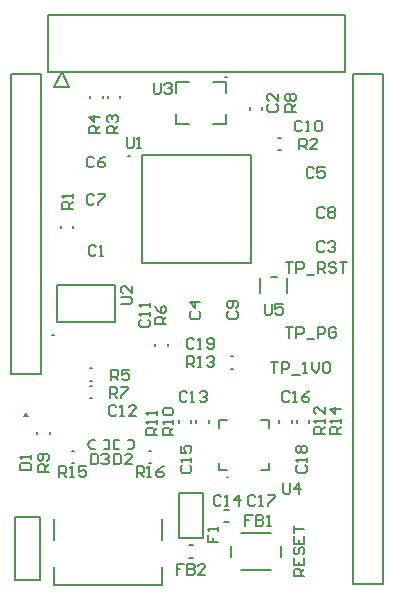
<source format=gto>
G04*
G04 #@! TF.GenerationSoftware,Altium Limited,Altium Designer,20.0.11 (256)*
G04*
G04 Layer_Color=65535*
%FSLAX25Y25*%
%MOIN*%
G70*
G01*
G75*
%ADD10C,0.00600*%
%ADD11C,0.00787*%
%ADD12C,0.00800*%
G36*
X4905Y56776D02*
X6905D01*
X5906Y58276D01*
X4905Y56776D01*
D02*
G37*
D10*
X41275Y45884D02*
X41916Y46525D01*
X42150Y47400D01*
X41916Y48275D01*
X41275Y48915D01*
X27725D02*
X27084Y48275D01*
X26850Y47400D01*
X27084Y46525D01*
X27725Y45884D01*
X73500Y36600D02*
X72900D01*
X73500D01*
X15438Y83858D02*
X14838D01*
X15438D01*
X40654Y143504D02*
X40054D01*
X40654D01*
X72938Y169902D02*
X72338D01*
X72938D01*
X57024Y16122D02*
X65024D01*
Y31122D01*
X57024D02*
X65024D01*
X57024Y16122D02*
Y31122D01*
X2400Y2400D02*
X10800D01*
Y23400D01*
X2400Y2400D02*
Y23400D01*
X10800D01*
X39925Y48915D02*
X41275D01*
X39925Y45884D02*
X41275D01*
X35400Y48900D02*
X36900D01*
X35400Y45900D02*
X36900D01*
X35400D02*
Y48900D01*
X27725Y45884D02*
X29075D01*
X27725Y48915D02*
X29075D01*
X32100Y45900D02*
X33600D01*
X32100Y48900D02*
X33600D01*
Y45900D02*
Y48900D01*
X49081Y80370D02*
Y81048D01*
X53281Y80370D02*
Y81048D01*
X27220Y72966D02*
X27898D01*
X27220Y68766D02*
X27898D01*
X27220Y62861D02*
X27898D01*
X27220Y67061D02*
X27898D01*
X74464Y72703D02*
X75142D01*
X74464Y76903D02*
X75142D01*
X60266Y9736D02*
X61781D01*
X60266Y13886D02*
X61781D01*
X72077Y21547D02*
X73592D01*
X72077Y25697D02*
X73592D01*
X77559Y18110D02*
X87795D01*
X77559Y5512D02*
X87795D01*
X74410Y10039D02*
Y13583D01*
X90945Y10039D02*
Y13583D01*
X13911Y50936D02*
Y51615D01*
X9711Y50936D02*
Y51615D01*
X87583Y103394D02*
X89583D01*
X84083Y97894D02*
Y102894D01*
X93083Y97894D02*
Y102894D01*
X21314Y41207D02*
X21993D01*
X21314Y45407D02*
X21993D01*
X46905D02*
X47583D01*
X46905Y41207D02*
X47583D01*
X96325Y54779D02*
Y55457D01*
X100525Y54779D02*
Y55457D01*
X67061Y54779D02*
Y55457D01*
X62861Y54779D02*
Y55457D01*
X56955Y54779D02*
Y55457D01*
X61155Y54779D02*
Y55457D01*
X70390Y38894D02*
Y41447D01*
Y55594D02*
X72943D01*
X87090Y53041D02*
Y55594D01*
X84537Y38894D02*
X87090D01*
X70390D02*
X72943D01*
X70390Y53041D02*
Y55594D01*
X84537D02*
X87090D01*
Y38894D02*
Y41447D01*
X90212Y145538D02*
X90890D01*
X90212Y149738D02*
X90890D01*
X80577Y159110D02*
Y159788D01*
X84777Y159110D02*
Y159788D01*
X21785Y119740D02*
Y120418D01*
X17585Y119740D02*
Y120418D01*
X16339Y88386D02*
X35630D01*
X16339Y100591D02*
X35630D01*
X16339Y88386D02*
Y100591D01*
X35630Y88386D02*
Y100591D01*
X37533Y163047D02*
Y163725D01*
X33333Y163047D02*
Y163725D01*
X31628Y163047D02*
Y163725D01*
X27428Y163047D02*
Y163725D01*
X94620Y54779D02*
Y55457D01*
X90420Y54779D02*
Y55457D01*
X44882Y107874D02*
X81102D01*
X44882Y144095D02*
X81102D01*
Y107874D02*
Y144095D01*
X44882Y107874D02*
Y144095D01*
X56102Y168307D02*
X60236D01*
X68504D02*
X72638D01*
X56102Y154134D02*
X60236D01*
X68504D02*
X72638D01*
X56102D02*
Y157677D01*
Y164764D02*
Y168307D01*
X72638Y154134D02*
Y157677D01*
Y164764D02*
Y168307D01*
X51465Y685D02*
Y6685D01*
X15465Y685D02*
X51465D01*
X15465D02*
Y6685D01*
Y15685D02*
Y22685D01*
X51465Y15685D02*
Y22685D01*
X112492Y171602D02*
Y190602D01*
X13492Y171602D02*
X112492D01*
X13492D02*
Y190602D01*
X112492D01*
X15492Y166602D02*
X17992Y171602D01*
X15492Y166602D02*
X20492D01*
X17992Y171602D02*
X20492Y166602D01*
D11*
X905Y78405D02*
Y170905D01*
Y70906D02*
Y78405D01*
Y70906D02*
X10905D01*
Y170905D01*
X905D02*
X10905D01*
X125079Y905D02*
Y163406D01*
Y170905D01*
X115079D02*
X125079D01*
X115079Y905D02*
Y170905D01*
Y905D02*
X125079D01*
D12*
X28800Y142800D02*
X28200Y143399D01*
X27001D01*
X26401Y142800D01*
Y140400D01*
X27001Y139801D01*
X28200D01*
X28800Y140400D01*
X32399Y143399D02*
X31199Y142800D01*
X30000Y141600D01*
Y140400D01*
X30600Y139801D01*
X31799D01*
X32399Y140400D01*
Y141000D01*
X31799Y141600D01*
X30000D01*
X102000Y139200D02*
X101400Y139799D01*
X100201D01*
X99601Y139200D01*
Y136800D01*
X100201Y136201D01*
X101400D01*
X102000Y136800D01*
X105599Y139799D02*
X103200D01*
Y138000D01*
X104399Y138600D01*
X104999D01*
X105599Y138000D01*
Y136800D01*
X104999Y136201D01*
X103800D01*
X103200Y136800D01*
X66601Y17400D02*
Y15001D01*
X68400D01*
Y16200D01*
Y15001D01*
X70199D01*
Y18600D02*
Y19799D01*
Y19199D01*
X66601D01*
X67200Y18600D01*
X27601Y44399D02*
Y40801D01*
X29400D01*
X30000Y41400D01*
Y43800D01*
X29400Y44399D01*
X27601D01*
X31200Y43800D02*
X31800Y44399D01*
X32999D01*
X33599Y43800D01*
Y43200D01*
X32999Y42600D01*
X32399D01*
X32999D01*
X33599Y42000D01*
Y41400D01*
X32999Y40801D01*
X31800D01*
X31200Y41400D01*
X35401Y44399D02*
Y40801D01*
X37200D01*
X37800Y41400D01*
Y43800D01*
X37200Y44399D01*
X35401D01*
X41399Y40801D02*
X39000D01*
X41399Y43200D01*
Y43800D01*
X40799Y44399D01*
X39600D01*
X39000Y43800D01*
X85584Y94319D02*
Y91320D01*
X86184Y90720D01*
X87383D01*
X87983Y91320D01*
Y94319D01*
X91582D02*
X89183D01*
Y92520D01*
X90382Y93120D01*
X90982D01*
X91582Y92520D01*
Y91320D01*
X90982Y90720D01*
X89782D01*
X89183Y91320D01*
X91801Y34536D02*
Y31537D01*
X92401Y30938D01*
X93600D01*
X94200Y31537D01*
Y34536D01*
X97199Y30938D02*
Y34536D01*
X95400Y32737D01*
X97799D01*
X48601Y167999D02*
Y165000D01*
X49201Y164401D01*
X50400D01*
X51000Y165000D01*
Y167999D01*
X52200Y167400D02*
X52800Y167999D01*
X53999D01*
X54599Y167400D01*
Y166800D01*
X53999Y166200D01*
X53399D01*
X53999D01*
X54599Y165600D01*
Y165000D01*
X53999Y164401D01*
X52800D01*
X52200Y165000D01*
X37801Y94201D02*
X40800D01*
X41399Y94801D01*
Y96000D01*
X40800Y96600D01*
X37801D01*
X41399Y100199D02*
Y97800D01*
X39000Y100199D01*
X38400D01*
X37801Y99599D01*
Y98400D01*
X38400Y97800D01*
X39601Y149999D02*
Y147000D01*
X40201Y146401D01*
X41400D01*
X42000Y147000D01*
Y149999D01*
X43200Y146401D02*
X44399D01*
X43799D01*
Y149999D01*
X43200Y149400D01*
X92600Y86699D02*
X94999D01*
X93800D01*
Y83100D01*
X96199D02*
Y86699D01*
X97998D01*
X98598Y86099D01*
Y84900D01*
X97998Y84300D01*
X96199D01*
X99798Y82501D02*
X102197D01*
X103396Y83100D02*
Y86699D01*
X105196D01*
X105796Y86099D01*
Y84900D01*
X105196Y84300D01*
X103396D01*
X109395Y86099D02*
X108795Y86699D01*
X107595D01*
X106995Y86099D01*
Y83700D01*
X107595Y83100D01*
X108795D01*
X109395Y83700D01*
Y84900D01*
X108195D01*
X92600Y108299D02*
X94999D01*
X93800D01*
Y104701D01*
X96199D02*
Y108299D01*
X97998D01*
X98598Y107700D01*
Y106500D01*
X97998Y105900D01*
X96199D01*
X99798Y104101D02*
X102197D01*
X103396Y104701D02*
Y108299D01*
X105196D01*
X105796Y107700D01*
Y106500D01*
X105196Y105900D01*
X103396D01*
X104596D02*
X105796Y104701D01*
X109395Y107700D02*
X108795Y108299D01*
X107595D01*
X106995Y107700D01*
Y107100D01*
X107595Y106500D01*
X108795D01*
X109395Y105900D01*
Y105300D01*
X108795Y104701D01*
X107595D01*
X106995Y105300D01*
X110594Y108299D02*
X112993D01*
X111794D01*
Y104701D01*
X87647Y74934D02*
X90046D01*
X88847D01*
Y71335D01*
X91246D02*
Y74934D01*
X93045D01*
X93645Y74334D01*
Y73135D01*
X93045Y72535D01*
X91246D01*
X94845Y70735D02*
X97244D01*
X98444Y71335D02*
X99643D01*
X99043D01*
Y74934D01*
X98444Y74334D01*
X101443Y74934D02*
Y72535D01*
X102642Y71335D01*
X103842Y72535D01*
Y74934D01*
X105041Y74334D02*
X105641Y74934D01*
X106841D01*
X107441Y74334D01*
Y71935D01*
X106841Y71335D01*
X105641D01*
X105041Y71935D01*
Y74334D01*
X98831Y3603D02*
X95232D01*
Y5402D01*
X95832Y6002D01*
X97031D01*
X97631Y5402D01*
Y3603D01*
Y4802D02*
X98831Y6002D01*
X95232Y9601D02*
Y7202D01*
X98831D01*
Y9601D01*
X97031Y7202D02*
Y8401D01*
X95832Y13200D02*
X95232Y12600D01*
Y11400D01*
X95832Y10800D01*
X96432D01*
X97031Y11400D01*
Y12600D01*
X97631Y13200D01*
X98231D01*
X98831Y12600D01*
Y11400D01*
X98231Y10800D01*
X95232Y16799D02*
Y14399D01*
X98831D01*
Y16799D01*
X97031Y14399D02*
Y15599D01*
X95232Y17998D02*
Y20397D01*
Y19198D01*
X98831D01*
X42902Y36601D02*
Y40199D01*
X44701D01*
X45301Y39600D01*
Y38400D01*
X44701Y37800D01*
X42902D01*
X44101D02*
X45301Y36601D01*
X46500D02*
X47700D01*
X47100D01*
Y40199D01*
X46500Y39600D01*
X51899Y40199D02*
X50699Y39600D01*
X49499Y38400D01*
Y37200D01*
X50099Y36601D01*
X51299D01*
X51899Y37200D01*
Y37800D01*
X51299Y38400D01*
X49499D01*
X17101Y36601D02*
Y40199D01*
X18901D01*
X19501Y39600D01*
Y38400D01*
X18901Y37800D01*
X17101D01*
X18301D02*
X19501Y36601D01*
X20700D02*
X21900D01*
X21300D01*
Y40199D01*
X20700Y39600D01*
X26099Y40199D02*
X23699D01*
Y38400D01*
X24899Y39000D01*
X25499D01*
X26099Y38400D01*
Y37200D01*
X25499Y36601D01*
X24299D01*
X23699Y37200D01*
X110999Y51038D02*
X107401D01*
Y52838D01*
X108000Y53438D01*
X109200D01*
X109800Y52838D01*
Y51038D01*
Y52238D02*
X110999Y53438D01*
Y54637D02*
Y55837D01*
Y55237D01*
X107401D01*
X108000Y54637D01*
X110999Y59436D02*
X107401D01*
X109200Y57636D01*
Y60036D01*
X105599Y51038D02*
X102001D01*
Y52838D01*
X102600Y53438D01*
X103800D01*
X104400Y52838D01*
Y51038D01*
Y52238D02*
X105599Y53438D01*
Y54637D02*
Y55837D01*
Y55237D01*
X102001D01*
X102600Y54637D01*
X105599Y60036D02*
Y57636D01*
X103200Y60036D01*
X102600D01*
X102001Y59436D01*
Y58236D01*
X102600Y57636D01*
X49799Y50701D02*
X46201D01*
Y52501D01*
X46800Y53101D01*
X48000D01*
X48600Y52501D01*
Y50701D01*
Y51901D02*
X49799Y53101D01*
Y54300D02*
Y55500D01*
Y54900D01*
X46201D01*
X46800Y54300D01*
X49799Y57299D02*
Y58499D01*
Y57899D01*
X46201D01*
X46800Y57299D01*
X55199Y50701D02*
X51601D01*
Y52501D01*
X52200Y53101D01*
X53400D01*
X54000Y52501D01*
Y50701D01*
Y51901D02*
X55199Y53101D01*
Y54300D02*
Y55500D01*
Y54900D01*
X51601D01*
X52200Y54300D01*
Y57299D02*
X51601Y57899D01*
Y59099D01*
X52200Y59699D01*
X54600D01*
X55199Y59099D01*
Y57899D01*
X54600Y57299D01*
X52200D01*
X59702Y73201D02*
Y76799D01*
X61501D01*
X62101Y76200D01*
Y75000D01*
X61501Y74400D01*
X59702D01*
X60901D02*
X62101Y73201D01*
X63300D02*
X64500D01*
X63900D01*
Y76799D01*
X63300Y76200D01*
X66299D02*
X66899Y76799D01*
X68099D01*
X68699Y76200D01*
Y75600D01*
X68099Y75000D01*
X67499D01*
X68099D01*
X68699Y74400D01*
Y73800D01*
X68099Y73201D01*
X66899D01*
X66299Y73800D01*
X13610Y38434D02*
X10012D01*
Y40233D01*
X10611Y40833D01*
X11811D01*
X12411Y40233D01*
Y38434D01*
Y39634D02*
X13610Y40833D01*
X13011Y42033D02*
X13610Y42633D01*
Y43832D01*
X13011Y44432D01*
X10611D01*
X10012Y43832D01*
Y42633D01*
X10611Y42033D01*
X11211D01*
X11811Y42633D01*
Y44432D01*
X95999Y158401D02*
X92401D01*
Y160200D01*
X93000Y160800D01*
X94200D01*
X94800Y160200D01*
Y158401D01*
Y159601D02*
X95999Y160800D01*
X93000Y162000D02*
X92401Y162600D01*
Y163799D01*
X93000Y164399D01*
X93600D01*
X94200Y163799D01*
X94800Y164399D01*
X95400D01*
X95999Y163799D01*
Y162600D01*
X95400Y162000D01*
X94800D01*
X94200Y162600D01*
X93600Y162000D01*
X93000D01*
X94200Y162600D02*
Y163799D01*
X34053Y63095D02*
Y66694D01*
X35852D01*
X36452Y66094D01*
Y64894D01*
X35852Y64295D01*
X34053D01*
X35253D02*
X36452Y63095D01*
X37652Y66694D02*
X40051D01*
Y66094D01*
X37652Y63695D01*
Y63095D01*
X52799Y87601D02*
X49201D01*
Y89400D01*
X49800Y90000D01*
X51000D01*
X51600Y89400D01*
Y87601D01*
Y88801D02*
X52799Y90000D01*
X49201Y93599D02*
X49800Y92399D01*
X51000Y91200D01*
X52200D01*
X52799Y91800D01*
Y92999D01*
X52200Y93599D01*
X51600D01*
X51000Y92999D01*
Y91200D01*
X34451Y68837D02*
Y72436D01*
X36251D01*
X36851Y71836D01*
Y70636D01*
X36251Y70036D01*
X34451D01*
X35651D02*
X36851Y68837D01*
X40449Y72436D02*
X38050D01*
Y70636D01*
X39250Y71236D01*
X39850D01*
X40449Y70636D01*
Y69437D01*
X39850Y68837D01*
X38650D01*
X38050Y69437D01*
X30599Y151201D02*
X27001D01*
Y153000D01*
X27600Y153600D01*
X28800D01*
X29400Y153000D01*
Y151201D01*
Y152401D02*
X30599Y153600D01*
Y156599D02*
X27001D01*
X28800Y154800D01*
Y157199D01*
X36599Y151201D02*
X33001D01*
Y153000D01*
X33600Y153600D01*
X34800D01*
X35400Y153000D01*
Y151201D01*
Y152401D02*
X36599Y153600D01*
X33600Y154800D02*
X33001Y155400D01*
Y156599D01*
X33600Y157199D01*
X34200D01*
X34800Y156599D01*
Y155999D01*
Y156599D01*
X35400Y157199D01*
X36000D01*
X36599Y156599D01*
Y155400D01*
X36000Y154800D01*
X97201Y145801D02*
Y149399D01*
X99000D01*
X99600Y148800D01*
Y147600D01*
X99000Y147000D01*
X97201D01*
X98401D02*
X99600Y145801D01*
X103199D02*
X100800D01*
X103199Y148200D01*
Y148800D01*
X102599Y149399D01*
X101400D01*
X100800Y148800D01*
X21599Y126001D02*
X18001D01*
Y127800D01*
X18600Y128400D01*
X19800D01*
X20400Y127800D01*
Y126001D01*
Y127200D02*
X21599Y128400D01*
Y129600D02*
Y130799D01*
Y130199D01*
X18001D01*
X18600Y129600D01*
X58624Y7705D02*
X56225D01*
Y5906D01*
X57425D01*
X56225D01*
Y4106D01*
X59824Y7705D02*
Y4106D01*
X61623D01*
X62223Y4706D01*
Y5306D01*
X61623Y5906D01*
X59824D01*
X61623D01*
X62223Y6505D01*
Y7105D01*
X61623Y7705D01*
X59824D01*
X65822Y4106D02*
X63423D01*
X65822Y6505D01*
Y7105D01*
X65222Y7705D01*
X64023D01*
X63423Y7105D01*
X81601Y23999D02*
X79201D01*
Y22200D01*
X80401D01*
X79201D01*
Y20401D01*
X82800Y23999D02*
Y20401D01*
X84600D01*
X85199Y21000D01*
Y21600D01*
X84600Y22200D01*
X82800D01*
X84600D01*
X85199Y22800D01*
Y23400D01*
X84600Y23999D01*
X82800D01*
X86399Y20401D02*
X87599D01*
X86999D01*
Y23999D01*
X86399Y23400D01*
X4106Y39034D02*
X7705D01*
Y40833D01*
X7105Y41433D01*
X4706D01*
X4106Y40833D01*
Y39034D01*
X7705Y42633D02*
Y43832D01*
Y43233D01*
X4106D01*
X4706Y42633D01*
X96600Y40501D02*
X96001Y39901D01*
Y38701D01*
X96600Y38102D01*
X99000D01*
X99599Y38701D01*
Y39901D01*
X99000Y40501D01*
X99599Y41700D02*
Y42900D01*
Y42300D01*
X96001D01*
X96600Y41700D01*
Y44699D02*
X96001Y45299D01*
Y46499D01*
X96600Y47099D01*
X97200D01*
X97800Y46499D01*
X98400Y47099D01*
X99000D01*
X99599Y46499D01*
Y45299D01*
X99000Y44699D01*
X98400D01*
X97800Y45299D01*
X97200Y44699D01*
X96600D01*
X97800Y45299D02*
Y46499D01*
X82501Y30000D02*
X81901Y30599D01*
X80701D01*
X80102Y30000D01*
Y27600D01*
X80701Y27001D01*
X81901D01*
X82501Y27600D01*
X83700Y27001D02*
X84900D01*
X84300D01*
Y30599D01*
X83700Y30000D01*
X86699Y30599D02*
X89099D01*
Y30000D01*
X86699Y27600D01*
Y27001D01*
X93901Y64537D02*
X93301Y65136D01*
X92101D01*
X91501Y64537D01*
Y62137D01*
X92101Y61538D01*
X93301D01*
X93901Y62137D01*
X95100Y61538D02*
X96300D01*
X95700D01*
Y65136D01*
X95100Y64537D01*
X100499Y65136D02*
X99299Y64537D01*
X98099Y63337D01*
Y62137D01*
X98699Y61538D01*
X99899D01*
X100499Y62137D01*
Y62737D01*
X99899Y63337D01*
X98099D01*
X58200Y40501D02*
X57601Y39901D01*
Y38701D01*
X58200Y38101D01*
X60600D01*
X61199Y38701D01*
Y39901D01*
X60600Y40501D01*
X61199Y41700D02*
Y42900D01*
Y42300D01*
X57601D01*
X58200Y41700D01*
X57601Y47098D02*
Y44699D01*
X59400D01*
X58800Y45899D01*
Y46499D01*
X59400Y47098D01*
X60600D01*
X61199Y46499D01*
Y45299D01*
X60600Y44699D01*
X62101Y82200D02*
X61501Y82799D01*
X60301D01*
X59702Y82200D01*
Y79800D01*
X60301Y79201D01*
X61501D01*
X62101Y79800D01*
X63300Y79201D02*
X64500D01*
X63900D01*
Y82799D01*
X63300Y82200D01*
X66299Y79800D02*
X66899Y79201D01*
X68099D01*
X68699Y79800D01*
Y82200D01*
X68099Y82799D01*
X66899D01*
X66299Y82200D01*
Y81600D01*
X66899Y81000D01*
X68699D01*
X71101Y30000D02*
X70501Y30599D01*
X69301D01*
X68701Y30000D01*
Y27600D01*
X69301Y27001D01*
X70501D01*
X71101Y27600D01*
X72300Y27001D02*
X73500D01*
X72900D01*
Y30599D01*
X72300Y30000D01*
X77099Y27001D02*
Y30599D01*
X75299Y28800D01*
X77699D01*
X59701Y64537D02*
X59101Y65136D01*
X57901D01*
X57301Y64537D01*
Y62137D01*
X57901Y61538D01*
X59101D01*
X59701Y62137D01*
X60900Y61538D02*
X62100D01*
X61500D01*
Y65136D01*
X60900Y64537D01*
X63899D02*
X64499Y65136D01*
X65699D01*
X66299Y64537D01*
Y63937D01*
X65699Y63337D01*
X65099D01*
X65699D01*
X66299Y62737D01*
Y62137D01*
X65699Y61538D01*
X64499D01*
X63899Y62137D01*
X36153Y60094D02*
X35553Y60694D01*
X34353D01*
X33753Y60094D01*
Y57695D01*
X34353Y57095D01*
X35553D01*
X36153Y57695D01*
X37352Y57095D02*
X38552D01*
X37952D01*
Y60694D01*
X37352Y60094D01*
X42750Y57095D02*
X40351D01*
X42750Y59494D01*
Y60094D01*
X42151Y60694D01*
X40951D01*
X40351Y60094D01*
X44400Y89100D02*
X43801Y88501D01*
Y87301D01*
X44400Y86701D01*
X46800D01*
X47399Y87301D01*
Y88501D01*
X46800Y89100D01*
X47399Y90300D02*
Y91500D01*
Y90900D01*
X43801D01*
X44400Y90300D01*
X47399Y93299D02*
Y94499D01*
Y93899D01*
X43801D01*
X44400Y93299D01*
X98101Y154800D02*
X97501Y155399D01*
X96301D01*
X95701Y154800D01*
Y152400D01*
X96301Y151801D01*
X97501D01*
X98101Y152400D01*
X99300Y151801D02*
X100500D01*
X99900D01*
Y155399D01*
X99300Y154800D01*
X102299D02*
X102899Y155399D01*
X104099D01*
X104699Y154800D01*
Y152400D01*
X104099Y151801D01*
X102899D01*
X102299Y152400D01*
Y154800D01*
X73800Y91800D02*
X73201Y91200D01*
Y90001D01*
X73800Y89401D01*
X76200D01*
X76799Y90001D01*
Y91200D01*
X76200Y91800D01*
Y93000D02*
X76799Y93600D01*
Y94799D01*
X76200Y95399D01*
X73800D01*
X73201Y94799D01*
Y93600D01*
X73800Y93000D01*
X74400D01*
X75000Y93600D01*
Y95399D01*
X105600Y126000D02*
X105000Y126599D01*
X103801D01*
X103201Y126000D01*
Y123600D01*
X103801Y123001D01*
X105000D01*
X105600Y123600D01*
X106800Y126000D02*
X107400Y126599D01*
X108599D01*
X109199Y126000D01*
Y125400D01*
X108599Y124800D01*
X109199Y124200D01*
Y123600D01*
X108599Y123001D01*
X107400D01*
X106800Y123600D01*
Y124200D01*
X107400Y124800D01*
X106800Y125400D01*
Y126000D01*
X107400Y124800D02*
X108599D01*
X28800Y130200D02*
X28200Y130799D01*
X27001D01*
X26401Y130200D01*
Y127800D01*
X27001Y127201D01*
X28200D01*
X28800Y127800D01*
X30000Y130799D02*
X32399D01*
Y130200D01*
X30000Y127800D01*
Y127201D01*
X61200Y91800D02*
X60601Y91200D01*
Y90001D01*
X61200Y89401D01*
X63600D01*
X64199Y90001D01*
Y91200D01*
X63600Y91800D01*
X64199Y94799D02*
X60601D01*
X62400Y93000D01*
Y95399D01*
X105600Y114600D02*
X105000Y115199D01*
X103801D01*
X103201Y114600D01*
Y112200D01*
X103801Y111601D01*
X105000D01*
X105600Y112200D01*
X106800Y114600D02*
X107400Y115199D01*
X108599D01*
X109199Y114600D01*
Y114000D01*
X108599Y113400D01*
X107999D01*
X108599D01*
X109199Y112800D01*
Y112200D01*
X108599Y111601D01*
X107400D01*
X106800Y112200D01*
X87000Y160800D02*
X86401Y160200D01*
Y159001D01*
X87000Y158401D01*
X89400D01*
X89999Y159001D01*
Y160200D01*
X89400Y160800D01*
X89999Y164399D02*
Y162000D01*
X87600Y164399D01*
X87000D01*
X86401Y163799D01*
Y162600D01*
X87000Y162000D01*
X29400Y113400D02*
X28800Y113999D01*
X27601D01*
X27001Y113400D01*
Y111000D01*
X27601Y110401D01*
X28800D01*
X29400Y111000D01*
X30600Y110401D02*
X31799D01*
X31199D01*
Y113999D01*
X30600Y113400D01*
M02*

</source>
